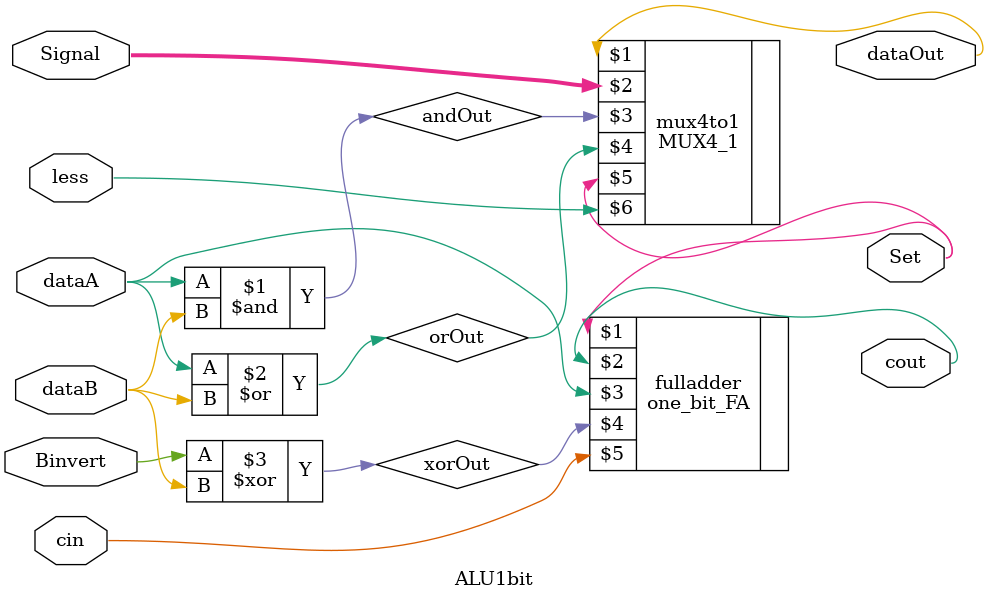
<source format=v>
module ALU1bit( dataOut, Set, cout, dataA, dataB, Binvert, cin, less, Signal );

/*
parameter AND = 6'b100100;
parameter OR  = 6'b100101;
parameter ADD = 6'b100000;
parameter SUB = 6'b100010;
parameter SLT = 6'b101010;

*/
    input dataA, dataB, Binvert, cin, less;
    input [5:0] Signal;
    output dataOut, Set, cout;
    
    wire cin;
    wire andOut, orOut, xorOut;
    
    //A and B
    and(andOut, dataA, dataB);
    //A or B 
    or(orOut, dataA, dataB);
    // Binvert xor B 
    xor(xorOut, Binvert, dataB);
    // add sub slt
    one_bit_FA fulladder(Set, cout, dataA, xorOut, cin);
    MUX4_1 mux4to1(dataOut, Signal, andOut, orOut, Set, less);
    
endmodule
</source>
